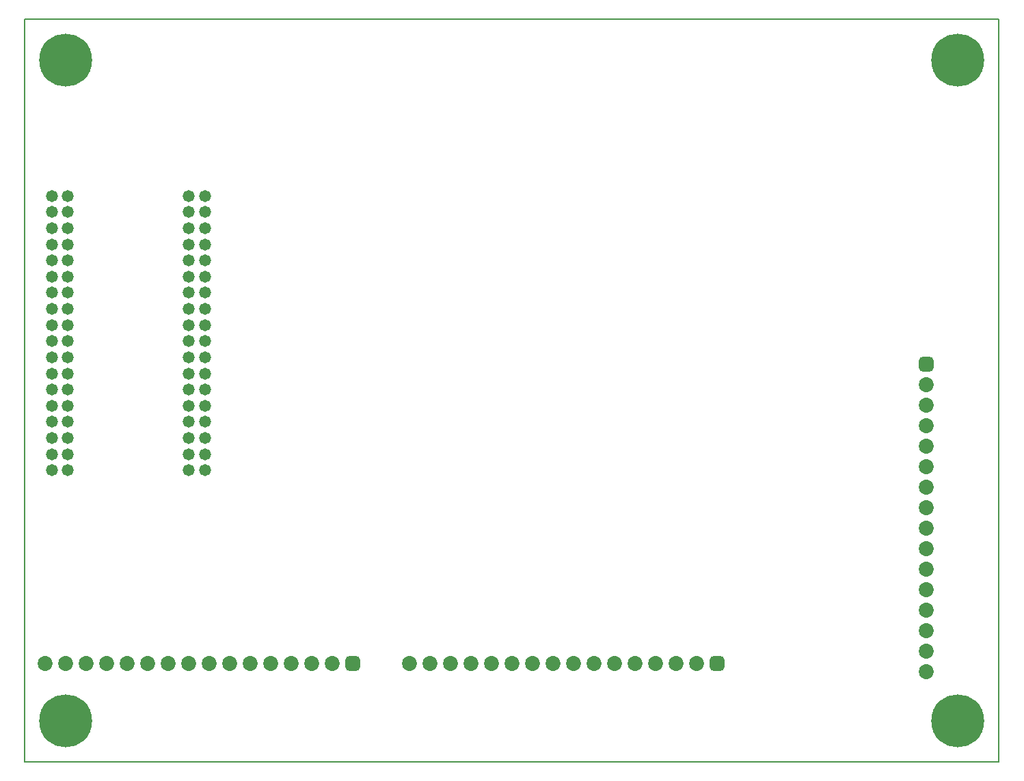
<source format=gbs>
G04*
G04 #@! TF.GenerationSoftware,Altium Limited,Altium Designer,19.1.9 (167)*
G04*
G04 Layer_Color=16711935*
%FSLAX25Y25*%
%MOIN*%
G70*
G01*
G75*
%ADD13C,0.00500*%
%ADD47C,0.05800*%
%ADD48C,0.07300*%
G04:AMPARAMS|DCode=49|XSize=73mil|YSize=73mil|CornerRadius=20.25mil|HoleSize=0mil|Usage=FLASHONLY|Rotation=90.000|XOffset=0mil|YOffset=0mil|HoleType=Round|Shape=RoundedRectangle|*
%AMROUNDEDRECTD49*
21,1,0.07300,0.03250,0,0,90.0*
21,1,0.03250,0.07300,0,0,90.0*
1,1,0.04050,0.01625,0.01625*
1,1,0.04050,0.01625,-0.01625*
1,1,0.04050,-0.01625,-0.01625*
1,1,0.04050,-0.01625,0.01625*
%
%ADD49ROUNDEDRECTD49*%
G04:AMPARAMS|DCode=50|XSize=73mil|YSize=73mil|CornerRadius=20.25mil|HoleSize=0mil|Usage=FLASHONLY|Rotation=180.000|XOffset=0mil|YOffset=0mil|HoleType=Round|Shape=RoundedRectangle|*
%AMROUNDEDRECTD50*
21,1,0.07300,0.03250,0,0,180.0*
21,1,0.03250,0.07300,0,0,180.0*
1,1,0.04050,-0.01625,0.01625*
1,1,0.04050,0.01625,0.01625*
1,1,0.04050,0.01625,-0.01625*
1,1,0.04050,-0.01625,-0.01625*
%
%ADD50ROUNDEDRECTD50*%
%ADD51C,0.25800*%
D13*
X0Y0D02*
X475000D01*
Y362500D01*
X0Y0D02*
Y362500D01*
X475000D01*
D47*
X13071Y150130D02*
D03*
Y142256D02*
D03*
X20945D02*
D03*
X13071Y165878D02*
D03*
Y158004D02*
D03*
Y181626D02*
D03*
Y173752D02*
D03*
Y197374D02*
D03*
Y189500D02*
D03*
X20945Y150130D02*
D03*
Y165878D02*
D03*
Y158004D02*
D03*
Y189500D02*
D03*
Y181626D02*
D03*
Y197374D02*
D03*
Y173752D02*
D03*
X13071Y205248D02*
D03*
Y220996D02*
D03*
Y213122D02*
D03*
X20945Y205248D02*
D03*
X13071Y236744D02*
D03*
Y228870D02*
D03*
Y244618D02*
D03*
Y260366D02*
D03*
Y268240D02*
D03*
Y252492D02*
D03*
Y276114D02*
D03*
X20945Y244618D02*
D03*
Y260366D02*
D03*
Y252492D02*
D03*
Y220996D02*
D03*
Y213122D02*
D03*
Y236744D02*
D03*
Y228870D02*
D03*
Y268240D02*
D03*
Y276114D02*
D03*
X80000Y150130D02*
D03*
Y142256D02*
D03*
Y158004D02*
D03*
Y173752D02*
D03*
Y165878D02*
D03*
Y181626D02*
D03*
Y189500D02*
D03*
X87874Y173752D02*
D03*
X80000Y197374D02*
D03*
X87874Y189500D02*
D03*
Y142256D02*
D03*
Y150130D02*
D03*
Y165878D02*
D03*
Y158004D02*
D03*
Y205248D02*
D03*
Y197374D02*
D03*
Y181626D02*
D03*
X80000Y205248D02*
D03*
Y220996D02*
D03*
Y213122D02*
D03*
Y236744D02*
D03*
Y228870D02*
D03*
Y252492D02*
D03*
Y244618D02*
D03*
Y276114D02*
D03*
Y268240D02*
D03*
X87874Y244618D02*
D03*
X80000Y260366D02*
D03*
X87874Y252492D02*
D03*
Y220996D02*
D03*
Y213122D02*
D03*
Y236744D02*
D03*
Y228870D02*
D03*
Y268240D02*
D03*
Y260366D02*
D03*
Y276114D02*
D03*
D48*
X187500Y48000D02*
D03*
X227500D02*
D03*
X197500D02*
D03*
X207500D02*
D03*
X217500D02*
D03*
X237500D02*
D03*
X267500D02*
D03*
X277500D02*
D03*
X247500D02*
D03*
X257500D02*
D03*
X287500D02*
D03*
X297500D02*
D03*
X307500D02*
D03*
X317500D02*
D03*
X327500D02*
D03*
X50000D02*
D03*
X60000D02*
D03*
X10000D02*
D03*
X20000D02*
D03*
X30000D02*
D03*
X40000D02*
D03*
X90000D02*
D03*
X100000D02*
D03*
X70000D02*
D03*
X80000D02*
D03*
X110000D02*
D03*
X120000D02*
D03*
X130000D02*
D03*
X140000D02*
D03*
X150000D02*
D03*
X439500Y64000D02*
D03*
Y54000D02*
D03*
Y104000D02*
D03*
Y84000D02*
D03*
Y134000D02*
D03*
Y114000D02*
D03*
Y154000D02*
D03*
Y144000D02*
D03*
Y74000D02*
D03*
Y44000D02*
D03*
Y94000D02*
D03*
Y164000D02*
D03*
Y174000D02*
D03*
Y124000D02*
D03*
Y184000D02*
D03*
D49*
X337500Y48000D02*
D03*
X160000D02*
D03*
D50*
X439500Y194000D02*
D03*
D51*
X455000Y20000D02*
D03*
Y342500D02*
D03*
X20000D02*
D03*
Y20000D02*
D03*
M02*

</source>
